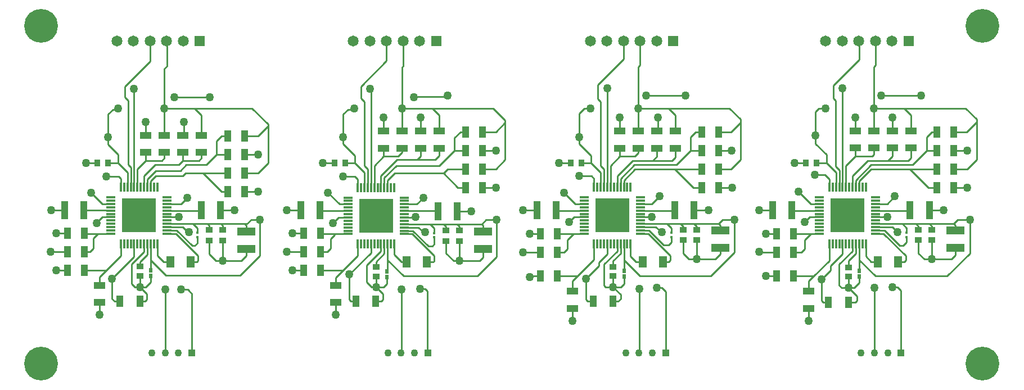
<source format=gtl>
G04*
G04 #@! TF.GenerationSoftware,Altium Limited,Altium Designer,22.10.1 (41)*
G04*
G04 Layer_Physical_Order=1*
G04 Layer_Color=255*
%FSLAX44Y44*%
%MOMM*%
G71*
G04*
G04 #@! TF.SameCoordinates,E6263BE7-1458-4C56-9D4E-A9492F5360D3*
G04*
G04*
G04 #@! TF.FilePolarity,Positive*
G04*
G01*
G75*
%ADD34R,1.1500X1.8000*%
%ADD35R,1.0200X0.9000*%
%ADD36R,0.6200X0.6500*%
%ADD37R,1.0000X1.7500*%
%ADD38R,1.0500X1.8000*%
%ADD39R,1.8000X1.0500*%
%ADD40R,1.1000X2.8000*%
%ADD41R,0.9500X1.0000*%
%ADD42R,2.7200X1.2600*%
%ADD43R,1.0000X0.9500*%
%ADD44R,0.4200X0.4600*%
%ADD45R,5.1000X5.1000*%
%ADD46R,1.4750X0.3000*%
%ADD47R,0.3000X1.4750*%
%ADD48C,0.2921*%
%ADD49C,1.6500*%
%ADD50R,1.6500X1.6500*%
%ADD51C,1.1000*%
%ADD52R,1.1000X1.1000*%
%ADD53C,1.2700*%
%ADD54C,5.0800*%
D34*
X817090Y857250D02*
D03*
X847090D02*
D03*
X1526540D02*
D03*
X1556540D02*
D03*
X1172450D02*
D03*
X1202450D02*
D03*
X491250D02*
D03*
X461250D02*
D03*
D35*
X1482090Y849110D02*
D03*
Y834910D02*
D03*
X1127760Y849860D02*
D03*
Y835660D02*
D03*
X770890Y849630D02*
D03*
Y835430D02*
D03*
X415290Y836180D02*
D03*
Y850380D02*
D03*
D36*
X1498600Y835070D02*
D03*
Y843870D02*
D03*
X1144270Y835070D02*
D03*
Y843870D02*
D03*
X787400Y834390D02*
D03*
Y843190D02*
D03*
X431800Y844550D02*
D03*
Y835750D02*
D03*
D37*
X1452090Y796290D02*
D03*
X1482090D02*
D03*
X1097520Y797560D02*
D03*
X1127520D02*
D03*
X770410D02*
D03*
X740410D02*
D03*
X415050D02*
D03*
X385050D02*
D03*
D38*
X1399540Y899160D02*
D03*
X1374040D02*
D03*
X1399590Y835660D02*
D03*
X1374090D02*
D03*
X1399640Y871220D02*
D03*
X1374140D02*
D03*
X1615390Y1052830D02*
D03*
X1640890D02*
D03*
X1615390Y1024890D02*
D03*
X1640890D02*
D03*
X1615390Y996950D02*
D03*
X1640890D02*
D03*
X1615390Y969010D02*
D03*
X1640890D02*
D03*
X1261060D02*
D03*
X1286560D02*
D03*
X1261060Y996950D02*
D03*
X1286560D02*
D03*
X1261060Y1024890D02*
D03*
X1286560D02*
D03*
X1261060Y1052830D02*
D03*
X1286560D02*
D03*
X1043940Y899160D02*
D03*
X1018440D02*
D03*
X1043990Y871220D02*
D03*
X1018490D02*
D03*
X1043990Y835660D02*
D03*
X1018490D02*
D03*
X687120Y844550D02*
D03*
X661620D02*
D03*
X930960Y969010D02*
D03*
X905460D02*
D03*
X930960Y996950D02*
D03*
X905460D02*
D03*
X930960Y1052830D02*
D03*
X905460D02*
D03*
X930960Y1024890D02*
D03*
X905460D02*
D03*
X547320Y1046480D02*
D03*
X572820D02*
D03*
X547320Y1018540D02*
D03*
X572820D02*
D03*
X547320Y990600D02*
D03*
X572820D02*
D03*
X547320Y962660D02*
D03*
X572820D02*
D03*
X661620Y900430D02*
D03*
X687120D02*
D03*
X661620Y872490D02*
D03*
X687120D02*
D03*
X306020D02*
D03*
X331520D02*
D03*
X306020Y900430D02*
D03*
X331520D02*
D03*
X306020Y844550D02*
D03*
X331520D02*
D03*
D39*
X1422400Y787350D02*
D03*
Y812850D02*
D03*
X1492250Y1028700D02*
D03*
Y1054200D02*
D03*
X1520190Y1028700D02*
D03*
Y1054200D02*
D03*
X1548130Y1028700D02*
D03*
Y1054200D02*
D03*
X1576070Y1028700D02*
D03*
Y1054200D02*
D03*
X1221740Y1028650D02*
D03*
Y1054150D02*
D03*
X1193800Y1028650D02*
D03*
Y1054150D02*
D03*
X1165860Y1028650D02*
D03*
Y1054150D02*
D03*
X1137920Y1028650D02*
D03*
Y1054150D02*
D03*
X1066800Y787350D02*
D03*
Y812850D02*
D03*
X709930Y796190D02*
D03*
Y821690D02*
D03*
X866140Y1054150D02*
D03*
Y1028650D02*
D03*
X810260Y1054150D02*
D03*
Y1028650D02*
D03*
X838200Y1054150D02*
D03*
Y1028650D02*
D03*
X782320Y1054150D02*
D03*
Y1028650D02*
D03*
X424180Y1022300D02*
D03*
Y1047800D02*
D03*
X452120Y1022300D02*
D03*
Y1047800D02*
D03*
X480060Y1022300D02*
D03*
Y1047800D02*
D03*
X508000Y1022300D02*
D03*
Y1047800D02*
D03*
X354330Y821690D02*
D03*
Y796190D02*
D03*
D40*
X1368000Y934720D02*
D03*
X1397000D02*
D03*
X1603800D02*
D03*
X1574800D02*
D03*
X1249470D02*
D03*
X1220470D02*
D03*
X1012930D02*
D03*
X1041930D02*
D03*
X893340Y933450D02*
D03*
X864340D02*
D03*
X686330Y934720D02*
D03*
X657330D02*
D03*
X330730D02*
D03*
X301730D02*
D03*
X507470D02*
D03*
X536470D02*
D03*
D41*
X1434210Y1005840D02*
D03*
X1418210D02*
D03*
X1079880D02*
D03*
X1063880D02*
D03*
X724280D02*
D03*
X708280D02*
D03*
X367410D02*
D03*
X351410D02*
D03*
D42*
X1643380Y878240D02*
D03*
Y904840D02*
D03*
X1289050Y878240D02*
D03*
Y904840D02*
D03*
X932180Y876370D02*
D03*
Y902970D02*
D03*
X575310D02*
D03*
Y876370D02*
D03*
D43*
X1607820Y889890D02*
D03*
Y905890D02*
D03*
X1587500Y889890D02*
D03*
Y905890D02*
D03*
X1253490Y889890D02*
D03*
Y905890D02*
D03*
X1233170Y889890D02*
D03*
Y905890D02*
D03*
X876300Y888620D02*
D03*
Y904620D02*
D03*
X896620Y888620D02*
D03*
Y904620D02*
D03*
X519430Y905510D02*
D03*
Y889510D02*
D03*
X539750Y905510D02*
D03*
Y889510D02*
D03*
D44*
X1569720Y894590D02*
D03*
Y901190D02*
D03*
X1215390Y894590D02*
D03*
Y901190D02*
D03*
X858520Y894080D02*
D03*
Y900680D02*
D03*
X501650Y901190D02*
D03*
Y894590D02*
D03*
D45*
X1126490Y927100D02*
D03*
X770690Y926630D02*
D03*
X414020Y927100D02*
D03*
X1480820D02*
D03*
D46*
X1168870Y954600D02*
D03*
Y949600D02*
D03*
Y944600D02*
D03*
Y939600D02*
D03*
Y934600D02*
D03*
Y929600D02*
D03*
Y924600D02*
D03*
Y919600D02*
D03*
Y914600D02*
D03*
Y909600D02*
D03*
Y904600D02*
D03*
Y899600D02*
D03*
X1084110D02*
D03*
Y904600D02*
D03*
Y909600D02*
D03*
Y914600D02*
D03*
Y919600D02*
D03*
Y924600D02*
D03*
Y929600D02*
D03*
Y934600D02*
D03*
Y939600D02*
D03*
Y944600D02*
D03*
Y949600D02*
D03*
Y954600D02*
D03*
X813070Y954130D02*
D03*
Y949130D02*
D03*
Y944130D02*
D03*
Y939130D02*
D03*
Y934130D02*
D03*
Y929130D02*
D03*
Y924130D02*
D03*
Y919130D02*
D03*
Y914130D02*
D03*
Y909130D02*
D03*
Y904130D02*
D03*
Y899130D02*
D03*
X728310D02*
D03*
Y904130D02*
D03*
Y909130D02*
D03*
Y914130D02*
D03*
Y919130D02*
D03*
Y924130D02*
D03*
Y929130D02*
D03*
Y934130D02*
D03*
Y939130D02*
D03*
Y944130D02*
D03*
Y949130D02*
D03*
Y954130D02*
D03*
X456400Y954600D02*
D03*
Y949600D02*
D03*
Y944600D02*
D03*
Y939600D02*
D03*
Y934600D02*
D03*
Y929600D02*
D03*
Y924600D02*
D03*
Y919600D02*
D03*
Y914600D02*
D03*
Y909600D02*
D03*
Y904600D02*
D03*
Y899600D02*
D03*
X371640D02*
D03*
Y904600D02*
D03*
Y909600D02*
D03*
Y914600D02*
D03*
Y919600D02*
D03*
Y924600D02*
D03*
Y929600D02*
D03*
Y934600D02*
D03*
Y939600D02*
D03*
Y944600D02*
D03*
Y949600D02*
D03*
Y954600D02*
D03*
X1438440D02*
D03*
Y949600D02*
D03*
Y944600D02*
D03*
Y939600D02*
D03*
Y934600D02*
D03*
Y929600D02*
D03*
Y924600D02*
D03*
Y919600D02*
D03*
Y914600D02*
D03*
Y909600D02*
D03*
Y904600D02*
D03*
Y899600D02*
D03*
X1523200D02*
D03*
Y904600D02*
D03*
Y909600D02*
D03*
Y914600D02*
D03*
Y919600D02*
D03*
Y924600D02*
D03*
Y929600D02*
D03*
Y934600D02*
D03*
Y939600D02*
D03*
Y944600D02*
D03*
Y949600D02*
D03*
Y954600D02*
D03*
D47*
X1153990Y884720D02*
D03*
X1148990D02*
D03*
X1143990D02*
D03*
X1138990D02*
D03*
X1133990D02*
D03*
X1128990D02*
D03*
X1123990D02*
D03*
X1118990D02*
D03*
X1113990D02*
D03*
X1108990D02*
D03*
X1103990D02*
D03*
X1098990D02*
D03*
Y969480D02*
D03*
X1103990D02*
D03*
X1108990D02*
D03*
X1113990D02*
D03*
X1118990D02*
D03*
X1123990D02*
D03*
X1128990D02*
D03*
X1133990D02*
D03*
X1138990D02*
D03*
X1143990D02*
D03*
X1148990D02*
D03*
X1153990D02*
D03*
X798190Y884250D02*
D03*
X793190D02*
D03*
X788190D02*
D03*
X783190D02*
D03*
X778190D02*
D03*
X773190D02*
D03*
X768190D02*
D03*
X763190D02*
D03*
X758190D02*
D03*
X753190D02*
D03*
X748190D02*
D03*
X743190D02*
D03*
Y969010D02*
D03*
X748190D02*
D03*
X753190D02*
D03*
X758190D02*
D03*
X763190D02*
D03*
X768190D02*
D03*
X773190D02*
D03*
X778190D02*
D03*
X783190D02*
D03*
X788190D02*
D03*
X793190D02*
D03*
X798190D02*
D03*
X441520Y884720D02*
D03*
X436520D02*
D03*
X431520D02*
D03*
X426520D02*
D03*
X421520D02*
D03*
X416520D02*
D03*
X411520D02*
D03*
X406520D02*
D03*
X401520D02*
D03*
X396520D02*
D03*
X391520D02*
D03*
X386520D02*
D03*
Y969480D02*
D03*
X391520D02*
D03*
X396520D02*
D03*
X401520D02*
D03*
X406520D02*
D03*
X411520D02*
D03*
X416520D02*
D03*
X421520D02*
D03*
X426520D02*
D03*
X431520D02*
D03*
X436520D02*
D03*
X441520D02*
D03*
X1508320D02*
D03*
X1503320D02*
D03*
X1498320D02*
D03*
X1493320D02*
D03*
X1488320D02*
D03*
X1483320D02*
D03*
X1478320D02*
D03*
X1473320D02*
D03*
X1468320D02*
D03*
X1463320D02*
D03*
X1458320D02*
D03*
X1453320D02*
D03*
Y884720D02*
D03*
X1458320D02*
D03*
X1463320D02*
D03*
X1468320D02*
D03*
X1473320D02*
D03*
X1478320D02*
D03*
X1483320D02*
D03*
X1488320D02*
D03*
X1493320D02*
D03*
X1498320D02*
D03*
X1503320D02*
D03*
X1508320D02*
D03*
D48*
X1498320Y969480D02*
X1498360Y969520D01*
Y979352D01*
X281940Y934720D02*
X301730D01*
X1455420Y850900D02*
X1473320Y868800D01*
Y884720D01*
X1455420Y844550D02*
Y850900D01*
X1441450Y830580D02*
X1455420Y844550D01*
X1560830Y720400D02*
X1561140Y720090D01*
X1560830Y720400D02*
Y814070D01*
X1555750Y819150D02*
X1560830Y814070D01*
X1548130Y819150D02*
X1555750D01*
X1540230Y944600D02*
X1551940Y956310D01*
X1523200Y944600D02*
X1540230D01*
X1521300Y720250D02*
Y817720D01*
X1521460Y817880D01*
X1521140Y720090D02*
X1521300Y720250D01*
X1540470Y924600D02*
X1540510Y924560D01*
X1523200Y924600D02*
X1540470D01*
X1523200Y914600D02*
X1563170D01*
X1523200Y934600D02*
X1574680D01*
X1407160Y962660D02*
X1425220Y944600D01*
X1438440D01*
X1416050Y916940D02*
X1423710Y924600D01*
X1438440D01*
X1498320Y844150D02*
Y859790D01*
X1522450Y835660D01*
X1630680D01*
X1498320Y859790D02*
Y884720D01*
X1630680Y835660D02*
X1664970Y869950D01*
Y920750D01*
X1660869Y969010D02*
X1661007Y968872D01*
X1640890Y969010D02*
X1660869D01*
X1640890Y1024890D02*
X1661160D01*
X1548130Y1054200D02*
Y1074420D01*
X1520190Y1088390D02*
X1565910D01*
X1492250Y1054200D02*
Y1074420D01*
X1400810Y1005840D02*
X1418210D01*
X1422400Y768350D02*
Y787350D01*
X1347470Y872490D02*
X1348740Y871220D01*
X1374140D01*
X1565910Y1088390D02*
X1658620D01*
X1565910D02*
X1576070Y1078230D01*
Y1054200D02*
Y1078230D01*
X1211580Y1088390D02*
X1303020D01*
X1165860D02*
X1211580D01*
X1221740Y1078230D01*
Y1054150D02*
Y1078230D01*
X1574800Y996950D02*
X1615390D01*
X1515957D02*
X1574800D01*
X1602740Y969010D01*
X1615390D01*
X1498360Y979352D02*
X1515957Y996950D01*
X1600200Y1024890D02*
X1615390D01*
X1607820Y1052830D02*
X1615390D01*
X1600200Y1045210D02*
X1607820Y1052830D01*
X1640890D02*
X1659890D01*
X1640890Y996950D02*
X1661078D01*
X1600200Y1024890D02*
Y1045210D01*
X1578610Y1003300D02*
X1600200Y1024890D01*
X1516380Y1003300D02*
X1578610D01*
X1493320Y980240D02*
X1516380Y1003300D01*
X1493320Y969480D02*
Y980240D01*
X1541780Y1009650D02*
X1572260D01*
X1511300D02*
X1541780D01*
X1548130Y1016000D01*
Y1028700D01*
X1576070Y1013460D02*
Y1028700D01*
X1572260Y1009650D02*
X1576070Y1013460D01*
X1488320Y986670D02*
X1511300Y1009650D01*
X1488320Y969480D02*
Y986670D01*
X1520190Y1018540D02*
Y1028700D01*
X1517650Y1016000D02*
X1520190Y1018540D01*
X1492250Y1016000D02*
X1517650D01*
X1492250D02*
Y1028700D01*
X1478320Y1002070D02*
X1492250Y1016000D01*
X1478320Y969480D02*
Y1002070D01*
X1675130Y1068070D02*
Y1071880D01*
Y1011003D02*
Y1068070D01*
X1659890Y1052830D02*
X1675130Y1068070D01*
X1661078Y996950D02*
X1675130Y1011003D01*
X1658620Y1088390D02*
X1675130Y1071880D01*
X1522730Y1189920D02*
X1522800Y1189990D01*
X1522730Y1153160D02*
Y1189920D01*
X1520190Y1150620D02*
X1522730Y1153160D01*
X1520190Y1088390D02*
Y1150620D01*
X1531620Y1107440D02*
X1591310D01*
X1357630Y899160D02*
X1374040D01*
X1357630Y835660D02*
X1374090D01*
X1449070Y1005840D02*
Y1018540D01*
X1432560Y1035050D02*
X1449070Y1018540D01*
X1432560Y1035050D02*
Y1047750D01*
Y1083310D02*
X1437640Y1088390D01*
X1432560Y1047750D02*
Y1083310D01*
X1437640Y1088390D02*
X1447800D01*
X1520190Y1054200D02*
Y1088390D01*
X1473200Y1118870D02*
X1473320Y1118750D01*
Y969480D02*
Y1118750D01*
X1497800Y1189990D02*
X1498600Y1189190D01*
Y1162050D02*
Y1189190D01*
X1459230Y1122680D02*
X1498600Y1162050D01*
X1459230Y1103630D02*
Y1122680D01*
Y1103630D02*
X1463040Y1099820D01*
Y1000760D02*
Y1099820D01*
Y1000760D02*
X1468320Y995480D01*
Y969480D02*
Y995480D01*
X1431290Y988060D02*
X1446530D01*
X1453320Y981270D01*
Y969480D02*
Y981270D01*
X1434210Y1005840D02*
X1449070D01*
X1463320Y991590D01*
Y969480D02*
Y991590D01*
X1430020Y835660D02*
X1453320Y858960D01*
X1422400Y828040D02*
X1430020Y835660D01*
X1399590D02*
X1430020D01*
X1422400Y812850D02*
Y828040D01*
X1453320Y858960D02*
Y884720D01*
X1425380Y899600D02*
X1438440D01*
X1399980D02*
X1425380D01*
X1416050Y890270D02*
X1425380Y899600D01*
X1416050Y876300D02*
Y890270D01*
X1410970Y871220D02*
X1416050Y876300D01*
X1399640Y871220D02*
X1410970D01*
X1399540Y899160D02*
X1399980Y899600D01*
X1441450Y798830D02*
X1443990Y796290D01*
X1452090D01*
X1441450Y798830D02*
Y830580D01*
X1482090Y796290D02*
X1492250D01*
X1494790Y798830D01*
Y805180D01*
X1482090Y817880D02*
X1494790Y805180D01*
X1471930Y817880D02*
X1482090D01*
X1468120Y821690D02*
X1471930Y817880D01*
X1468120Y821690D02*
Y853440D01*
X1488320Y873640D01*
Y884720D01*
X1498600Y825500D02*
Y835070D01*
X1490980Y817880D02*
X1498600Y825500D01*
X1482090Y817880D02*
X1490980D01*
X1482090D02*
Y834910D01*
Y849110D02*
Y858520D01*
X1493320Y869750D01*
Y884720D01*
X1498320Y844150D02*
X1498600Y843870D01*
X1646790Y920750D02*
X1664970D01*
X1640640Y914600D02*
X1646790Y920750D01*
X1587500Y869950D02*
Y889890D01*
Y869950D02*
X1596390Y861060D01*
X1607820D01*
X1643380Y867410D02*
Y878240D01*
X1637030Y861060D02*
X1643380Y867410D01*
X1607820Y861060D02*
X1637030D01*
X1607820D02*
Y889890D01*
X1569720Y886460D02*
Y894590D01*
X1564640Y881380D02*
X1569720Y886460D01*
X1559560Y881380D02*
X1564640D01*
X1536340Y904600D02*
X1559560Y881380D01*
X1523200Y904600D02*
X1536340D01*
X1563170Y914600D02*
X1583690D01*
X1563170D02*
X1569720Y908050D01*
Y901190D02*
Y908050D01*
X1583690Y914600D02*
X1604010D01*
X1583690D02*
X1587500Y910790D01*
Y905890D02*
Y910790D01*
X1604010Y914600D02*
X1640640D01*
X1604010D02*
X1607820Y910790D01*
Y905890D02*
Y910790D01*
X1643380Y904840D02*
Y911860D01*
X1640640Y914600D02*
X1643380Y911860D01*
X1547850Y909600D02*
X1555750Y901700D01*
X1523200Y909600D02*
X1547850D01*
X1568450Y859790D02*
Y866140D01*
X1565910Y857250D02*
X1568450Y859790D01*
X1556540Y857250D02*
X1565910D01*
X1534990Y899600D02*
X1568450Y866140D01*
X1523200Y899600D02*
X1534990D01*
X1508320Y865310D02*
X1516380Y857250D01*
X1526540D01*
X1508320Y865310D02*
Y884720D01*
X1347470Y934720D02*
X1368000D01*
X1603800D02*
X1625600D01*
X1574680Y934600D02*
X1574800Y934720D01*
X1397000D02*
X1397120Y934600D01*
X1438440D01*
X456400Y909600D02*
X479608D01*
X487508Y901700D01*
X488950D01*
X842168D02*
X844550D01*
X813070Y909130D02*
X834738D01*
X842168Y901700D01*
X1199978D02*
X1201420D01*
X1168870Y909600D02*
X1192078D01*
X1199978Y901700D01*
X456400Y924600D02*
X456420Y924580D01*
X473690D02*
X473710Y924560D01*
X456420Y924580D02*
X473690D01*
X456400Y914600D02*
X456600Y914400D01*
X495300D01*
X456400Y934600D02*
X507350D01*
X813110Y924169D02*
X830190D01*
X813070Y924130D02*
X813110Y924169D01*
X830190D02*
X830580Y924560D01*
X813070Y934130D02*
X863660D01*
X1168890Y924580D02*
X1186160D01*
X1168870Y924600D02*
X1168890Y924580D01*
X1186160D02*
X1186180Y924560D01*
X1195070Y1055420D02*
Y1074420D01*
X1193800Y1054150D02*
X1195070Y1055420D01*
X480060Y1047800D02*
X481330Y1049070D01*
Y1068070D01*
X838200Y1054150D02*
Y1074420D01*
X1319530Y1066800D02*
Y1071880D01*
X1303020Y1088390D02*
X1319530Y1071880D01*
Y1010920D02*
Y1066800D01*
X1305560Y1052830D02*
X1319530Y1066800D01*
X1286560Y1052830D02*
X1305560D01*
X1286560Y996950D02*
X1305560D01*
X1319530Y1010920D01*
X350520Y916288D02*
X358832Y924600D01*
X371640D01*
X350520Y915670D02*
Y916288D01*
X1249680Y914600D02*
X1286310D01*
X1229360D02*
X1249680D01*
X1253490Y910790D01*
Y905890D02*
Y910790D01*
X1106170Y850900D02*
Y855980D01*
X1118990Y868800D02*
Y884720D01*
X1106170Y855980D02*
X1118990Y868800D01*
X1087120Y831850D02*
X1106170Y850900D01*
X1087120Y800100D02*
Y831850D01*
X1206810Y720090D02*
Y812490D01*
X1201420Y817880D02*
X1206810Y812490D01*
X1193800Y817880D02*
X1201420D01*
X1185900Y944600D02*
X1197610Y956310D01*
X1168870Y944600D02*
X1185900D01*
X1166810Y720090D02*
X1167130Y720410D01*
Y816610D01*
X1168870Y934600D02*
X1220350D01*
X1054100Y961390D02*
X1070890Y944600D01*
X1084110D01*
X1061720Y916940D02*
X1069380Y924600D01*
X1084110D01*
X1168400Y1189920D02*
X1168470Y1189990D01*
X1168400Y1153160D02*
Y1189920D01*
X1165860Y1150620D02*
X1168400Y1153160D01*
X1165860Y1088390D02*
Y1150620D01*
X1066800Y768350D02*
Y787350D01*
X1143990Y859790D02*
Y884720D01*
Y844150D02*
Y859790D01*
X1310640Y871220D02*
Y920750D01*
X1275080Y835660D02*
X1310640Y871220D01*
X1168120Y835660D02*
X1275080D01*
X1143990Y859790D02*
X1168120Y835660D01*
X1084580Y1088390D02*
X1093470D01*
X1076960Y1080770D02*
X1084580Y1088390D01*
X1076960Y1045210D02*
Y1080770D01*
Y1035050D02*
Y1045210D01*
Y1035050D02*
X1094740Y1017270D01*
Y1005840D02*
Y1017270D01*
X721360Y1045210D02*
Y1079500D01*
X728379Y1086519D02*
X735999D01*
X721360Y1079500D02*
X728379Y1086519D01*
X380778Y1086898D02*
X382270Y1088390D01*
X367030Y1045210D02*
Y1079500D01*
X374428Y1086898D02*
X380778D01*
X367030Y1079500D02*
X374428Y1086898D01*
X735999Y1086519D02*
X737870Y1088390D01*
X721360Y1035050D02*
Y1045210D01*
X1165860Y1054150D02*
Y1088390D01*
X1108710Y1002030D02*
X1113990Y996750D01*
X1104900Y1102360D02*
X1108710Y1098550D01*
Y1002030D02*
Y1098550D01*
X1104900Y1102360D02*
Y1123950D01*
X1143470Y1162520D01*
Y1189990D01*
X1118941Y1118799D02*
X1118951Y1118790D01*
Y969520D02*
Y1118790D01*
X1177290Y1107440D02*
X1236980D01*
X1118951Y969520D02*
X1118990Y969480D01*
X828040Y1104900D02*
X829310Y1106170D01*
X877570D01*
X878840Y1107440D01*
X467360Y1104900D02*
X520700D01*
X1087120Y800100D02*
X1089660Y797560D01*
X1097520D01*
X1002030Y834390D02*
X1003300Y835660D01*
X1018490D01*
X1002030Y899160D02*
X1018440D01*
X991870Y871220D02*
X1018490D01*
X1046480Y1005840D02*
X1063880D01*
X1220470Y996950D02*
X1261060D01*
X1160780D02*
X1220470D01*
X1248410Y969010D01*
X1261060D01*
X1143990Y980160D02*
X1160780Y996950D01*
X1143990Y969480D02*
Y980160D01*
X1252220Y1052830D02*
X1261060D01*
X1244600Y1045210D02*
X1252220Y1052830D01*
X1244600Y1024890D02*
Y1045210D01*
Y1024890D02*
X1261060D01*
X1223010Y1003300D02*
X1244600Y1024890D01*
X1159510Y1003300D02*
X1223010D01*
X1138990Y982780D02*
X1159510Y1003300D01*
X1138990Y969480D02*
Y982780D01*
X1221740Y1014730D02*
Y1028650D01*
X1216660Y1009650D02*
X1221740Y1014730D01*
X1187450Y1009650D02*
X1216660D01*
X1193800Y1016000D02*
Y1028650D01*
X1187450Y1009650D02*
X1193800Y1016000D01*
X1156970Y1009650D02*
X1187450D01*
X1133990Y986670D02*
X1156970Y1009650D01*
X1133990Y969480D02*
Y986670D01*
X1165860Y1021080D02*
Y1028650D01*
X1160780Y1016000D02*
X1165860Y1021080D01*
X1137920Y1016000D02*
X1160780D01*
X1137920D02*
Y1028650D01*
X1123990Y969480D02*
Y1002070D01*
X1137920Y1016000D01*
X1286560Y969010D02*
X1306830D01*
X1306385Y1024890D02*
X1306509Y1025013D01*
X1286560Y1024890D02*
X1306385D01*
X1137920Y1054150D02*
Y1074420D01*
X1113990Y969480D02*
Y996750D01*
X1066800Y828040D02*
X1074420Y835660D01*
X1066800Y812850D02*
Y828040D01*
X1043990Y835660D02*
X1074420D01*
X1098990Y860230D01*
X1059180Y876300D02*
Y890270D01*
X1054100Y871220D02*
X1059180Y876300D01*
X1043990Y871220D02*
X1054100D01*
X1098990Y860230D02*
Y884720D01*
X1068070Y899600D02*
X1084110D01*
X1044380D02*
X1068070D01*
Y899160D02*
Y899600D01*
X1059180Y890270D02*
X1068070Y899160D01*
X1043940D02*
X1044380Y899600D01*
X1077096Y986654D02*
X1094876D01*
X1098990Y969480D02*
Y982540D01*
X1094876Y986654D02*
X1098990Y982540D01*
X1076960Y986790D02*
X1077096Y986654D01*
X1094740Y1005840D02*
X1108990Y991590D01*
Y969480D02*
Y991590D01*
X1079880Y1005840D02*
X1094740D01*
X1127520Y797560D02*
X1135380D01*
X1139190Y801370D01*
Y807720D01*
X1127760Y819150D02*
X1139190Y807720D01*
X1144270Y824230D02*
Y835070D01*
X1139190Y819150D02*
X1144270Y824230D01*
X1127760Y819150D02*
X1139190D01*
X1116330D02*
X1127760D01*
X1113790Y821690D02*
X1116330Y819150D01*
X1113790Y821690D02*
Y853440D01*
X1133990Y873640D01*
Y884720D01*
X1127760Y819150D02*
Y835660D01*
Y849860D02*
Y858520D01*
X1138990Y869750D01*
Y884720D01*
X1143990Y844150D02*
X1144270Y843870D01*
X1292460Y920750D02*
X1310640D01*
X1286310Y914600D02*
X1292460Y920750D01*
X1289050Y904840D02*
Y911860D01*
X1286310Y914600D02*
X1289050Y911860D01*
Y868680D02*
Y878240D01*
X1253490Y861060D02*
X1281430D01*
X1289050Y868680D01*
X1233170Y869950D02*
X1242060Y861060D01*
X1253490D01*
X1233170Y869950D02*
Y889890D01*
X1253490Y861060D02*
Y889890D01*
X1215390Y886460D02*
Y894590D01*
X1211580Y882650D02*
X1215390Y886460D01*
X1203960Y882650D02*
X1211580D01*
X1182010Y904600D02*
X1203960Y882650D01*
X1168870Y904600D02*
X1182010D01*
X1209040Y914600D02*
X1229360D01*
X1168870D02*
X1209040D01*
X1215390Y908250D01*
Y901190D02*
Y908250D01*
X1229360Y914600D02*
X1233170Y910790D01*
Y905890D02*
Y910790D01*
X1202450Y857250D02*
X1211580D01*
X1214120Y859790D01*
Y866140D01*
X1180660Y899600D02*
X1214120Y866140D01*
X1168870Y899600D02*
X1180660D01*
X1162050Y857250D02*
X1172450D01*
X1153990Y865310D02*
X1162050Y857250D01*
X1153990Y865310D02*
Y884720D01*
X1041930Y934720D02*
X1042050Y934600D01*
X1084110D01*
X991870Y934720D02*
X1010390D01*
X1249470D02*
X1271270D01*
X1220350Y934600D02*
X1220470Y934720D01*
X893340Y933450D02*
X914400D01*
X965200Y1066800D02*
Y1070610D01*
Y1010920D02*
Y1066800D01*
X951230Y1052830D02*
X965200Y1066800D01*
X930960Y1052830D02*
X951230D01*
X848360Y720400D02*
X848670Y720090D01*
X848360Y720400D02*
Y812800D01*
X844550Y816610D02*
X848360Y812800D01*
X836930Y816610D02*
X844550D01*
X808670Y720090D02*
X808990Y720410D01*
Y815340D01*
X832370Y944130D02*
X842010Y953770D01*
X813070Y944130D02*
X832370D01*
X763190Y871140D02*
Y884250D01*
X730250Y838200D02*
X763190Y871140D01*
X730250Y800100D02*
Y838200D01*
X721170Y985520D02*
X739140D01*
X406520Y864990D02*
Y884720D01*
X373380Y831850D02*
X406520Y864990D01*
X365663Y985520D02*
X383540D01*
X373380Y801370D02*
X377190Y797560D01*
X373380Y801370D02*
Y831850D01*
X364915Y986267D02*
X365663Y985520D01*
X331520Y844550D02*
X364490D01*
X386520Y866580D01*
X354330Y834390D02*
X364490Y844550D01*
X698500Y961390D02*
X715760Y944130D01*
X728310D01*
X706120Y915670D02*
X714580Y924130D01*
X728310D01*
X686920Y934130D02*
X728310D01*
X763150Y969050D02*
X763190Y969010D01*
X762000Y1117600D02*
X763150Y1116450D01*
Y969050D02*
Y1116450D01*
X748030Y1103630D02*
Y1121410D01*
X786600Y1159980D01*
Y1189990D01*
X810260Y1088390D02*
Y1150620D01*
X811600Y1151960D01*
Y1189990D01*
X894080Y969010D02*
X905460D01*
X872490Y990600D02*
X894080Y969010D01*
X878840Y996950D02*
X905460D01*
X872490Y990600D02*
X878840Y996950D01*
X798830Y990600D02*
X872490D01*
X788190Y979960D02*
X798830Y990600D01*
X788190Y969010D02*
Y979960D01*
X783190Y983850D02*
X801370Y1002030D01*
X783190Y969010D02*
Y983850D01*
X897890Y1052830D02*
X905460D01*
X889000Y1043940D02*
X897890Y1052830D01*
X889000Y1024890D02*
Y1043940D01*
Y1024890D02*
X905460D01*
X866140Y1002030D02*
X889000Y1024890D01*
X801370Y1002030D02*
X866140D01*
Y1017270D02*
Y1028650D01*
X859790Y1010920D02*
X866140Y1017270D01*
X833120Y1010920D02*
X859790D01*
X838200Y1016000D02*
Y1028650D01*
X833120Y1010920D02*
X838200Y1016000D01*
X802640Y1010920D02*
X833120D01*
X778190Y986470D02*
X802640Y1010920D01*
X778190Y969010D02*
Y986470D01*
X810260Y1022350D02*
Y1028650D01*
X803910Y1016000D02*
X810260Y1022350D01*
X782320Y1016000D02*
X803910D01*
X782320D02*
Y1028650D01*
X768190Y1001870D02*
X782320Y1016000D01*
X768190Y969010D02*
Y1001870D01*
X687120Y844550D02*
X721360D01*
X739140Y1005840D02*
Y1017270D01*
X721360Y1035050D02*
X739140Y1017270D01*
X855980Y1088390D02*
X947420D01*
X810260D02*
X855980D01*
X866140Y1078230D01*
Y1054150D02*
Y1078230D01*
X810260Y1054150D02*
Y1088390D01*
X947420D02*
X965200Y1070610D01*
X951230Y996950D02*
X965200Y1010920D01*
X930960Y1024890D02*
X951230D01*
X930960Y996950D02*
X951230D01*
X930960Y969010D02*
X951230D01*
X782320Y1054150D02*
Y1074420D01*
X863660Y934130D02*
X864340Y933450D01*
X892810Y914130D02*
X929910D01*
X872490D02*
X892810D01*
X896620Y910320D01*
Y904620D02*
Y910320D01*
X872490Y914130D02*
X876300Y910320D01*
Y904620D02*
Y910320D01*
X645160Y844550D02*
X661620D01*
X645160Y900430D02*
X661620D01*
X636270Y872490D02*
X661620D01*
X636270Y934720D02*
X657330D01*
X690880Y1005840D02*
X708280D01*
X753110Y1002030D02*
Y1098550D01*
X748030Y1103630D02*
X753110Y1098550D01*
Y1002030D02*
X758190Y996950D01*
Y969010D02*
Y996950D01*
X739140Y985520D02*
X743190Y981470D01*
Y969010D02*
Y981470D01*
X724280Y1005840D02*
X739140D01*
X753190Y991790D01*
Y969010D02*
Y991790D01*
X367030Y1033780D02*
Y1045210D01*
Y1033780D02*
X382270Y1018540D01*
Y1005840D02*
Y1018540D01*
X289560Y844550D02*
X306020D01*
X289560Y900430D02*
X306020D01*
X383540Y985520D02*
X386520Y982540D01*
Y969480D02*
Y982540D01*
X730250Y800100D02*
X732790Y797560D01*
X740410D01*
X709930Y777240D02*
Y796190D01*
X778510Y797560D02*
X781050Y800100D01*
X770410Y797560D02*
X778510D01*
X781050Y800100D02*
Y808990D01*
X770890Y819150D02*
X781050Y808990D01*
X923290Y835660D02*
X952500Y864870D01*
Y920750D01*
X788190Y859790D02*
Y884250D01*
Y843980D02*
Y859790D01*
X812320Y835660D02*
X923290D01*
X788190Y859790D02*
X812320Y835660D01*
X858520Y883920D02*
Y894080D01*
X855769Y881169D02*
X858520Y883920D01*
X849418Y881169D02*
X855769D01*
X826457Y904130D02*
X849418Y881169D01*
X813070Y904130D02*
X826457D01*
X936530Y920750D02*
X952500D01*
X929910Y914130D02*
X936530Y920750D01*
X927100Y858520D02*
X932180Y863600D01*
Y876370D01*
X896620Y858520D02*
X927100D01*
X887730D02*
X896620D01*
X876300Y869950D02*
X887730Y858520D01*
X876300Y869950D02*
Y886970D01*
X896620Y858520D02*
Y886970D01*
X852170Y914130D02*
X872490D01*
X813070D02*
X852170D01*
X858520Y907780D01*
Y900680D02*
Y907780D01*
X932180Y902970D02*
Y911860D01*
X929910Y914130D02*
X932180Y911860D01*
X770890Y819150D02*
X782320D01*
X787400Y824230D01*
Y834390D01*
X764540Y819150D02*
X770890D01*
X756920Y826770D02*
X764540Y819150D01*
X756920Y826770D02*
Y852170D01*
X778190Y873440D01*
Y884250D01*
X770890Y819150D02*
Y835430D01*
Y849630D02*
Y857250D01*
X783190Y869550D01*
Y884250D01*
X787400Y843190D02*
X788190Y843980D01*
X431800Y859790D02*
Y884440D01*
Y844550D02*
Y859790D01*
X454660Y836930D01*
X431520Y884720D02*
X431800Y884440D01*
X469460Y899600D02*
X502920Y866140D01*
X456400Y899600D02*
X469460D01*
X813070Y899130D02*
X825530D01*
X858520Y866140D01*
Y858520D02*
Y866140D01*
X857250Y857250D02*
X858520Y858520D01*
X847090Y857250D02*
X857250D01*
X808990D02*
X817090D01*
X798190Y868050D02*
X808990Y857250D01*
X798190Y868050D02*
Y884250D01*
X709930Y821690D02*
Y833120D01*
X721360Y844550D02*
X743190Y866380D01*
X709930Y833120D02*
X721360Y844550D01*
X743190Y866380D02*
Y884250D01*
X708365Y899130D02*
X728310D01*
X688420D02*
X708365D01*
Y898035D02*
Y899130D01*
X702310Y891980D02*
X708365Y898035D01*
X687120Y900430D02*
X688420Y899130D01*
X686330Y934720D02*
X686920Y934130D01*
X702310Y877570D02*
Y891980D01*
X697230Y872490D02*
X702310Y877570D01*
X687120Y872490D02*
X697230D01*
X456400Y944600D02*
X477240D01*
X486410Y953770D01*
X488950Y813629D02*
Y813629D01*
X493390Y720090D02*
Y809189D01*
X488950Y813629D02*
X493390Y809189D01*
X487239Y815340D02*
X488950Y813629D01*
X477520Y815340D02*
X487239D01*
X453390Y720090D02*
Y815340D01*
X341630Y961390D02*
X358420Y944600D01*
X371640D01*
X536470Y934720D02*
X557530D01*
X495300Y914400D02*
X516890D01*
X495300D02*
X501650Y908050D01*
Y901190D02*
Y908050D01*
Y885190D02*
Y894590D01*
X497840Y881380D02*
X501650Y885190D01*
X494030Y881380D02*
X497840D01*
X470810Y904600D02*
X494030Y881380D01*
X502920Y858961D02*
Y866140D01*
X501209Y857250D02*
X502920Y858961D01*
X491250Y857250D02*
X501209D01*
X456400Y904600D02*
X470810D01*
X397510Y1003300D02*
X401520Y999290D01*
X397510Y1003300D02*
Y1099820D01*
X392430Y1104900D02*
X397510Y1099820D01*
X392430Y1104900D02*
Y1121410D01*
X406480Y969520D02*
X406520Y969480D01*
X406480Y969520D02*
Y1117520D01*
X406400Y1117600D02*
X406480Y1117520D01*
X392430Y1121410D02*
X430530Y1159510D01*
X455530Y1189990D02*
X455930Y1189590D01*
Y1151890D02*
Y1189590D01*
X452120Y1148080D02*
X455930Y1151890D01*
X452120Y1088390D02*
Y1148080D01*
X430530Y1159510D02*
Y1189990D01*
X401520Y969480D02*
Y999290D01*
X334010Y1005840D02*
X351410D01*
X280670Y872490D02*
X306020D01*
X354330Y777240D02*
Y796190D01*
X497840Y1088390D02*
X584200D01*
X608330Y1064260D01*
Y1061720D02*
Y1064260D01*
X582930Y920750D02*
X595630D01*
X576580Y914400D02*
X582930Y920750D01*
X572770Y914400D02*
X576580D01*
X595630Y866140D02*
Y920750D01*
X566420Y836930D02*
X595630Y866140D01*
X454660Y836930D02*
X566420D01*
X452120Y1088390D02*
X497840D01*
X508000Y1078230D01*
Y1047800D02*
Y1078230D01*
X441520Y866580D02*
Y884720D01*
X450850Y857250D02*
X461250D01*
X441520Y866580D02*
X450850Y857250D01*
X572820Y962660D02*
X593090D01*
X608330Y1005840D02*
Y1061720D01*
X593090Y1046480D02*
X608330Y1061720D01*
X593090Y990600D02*
X608330Y1005840D01*
X572820Y990600D02*
X593090D01*
X510540D02*
X547320D01*
X538480Y962660D02*
X547320D01*
X572820Y1046480D02*
X593090D01*
X452120Y1047800D02*
Y1088390D01*
X424180Y1047800D02*
Y1068070D01*
X572820Y1018540D02*
X593090D01*
X483870Y990600D02*
X510540D01*
X538480Y962660D01*
X480060Y986790D02*
X483870Y990600D01*
X439420Y986790D02*
X480060D01*
X431520Y978890D02*
X439420Y986790D01*
X476250Y994410D02*
X485140Y1003300D01*
X439420Y994410D02*
X476250D01*
X426520Y981510D02*
X439420Y994410D01*
X431520Y969480D02*
Y978890D01*
X538480Y1046480D02*
X547320D01*
X530860Y1038860D02*
X538480Y1046480D01*
X530860Y1018540D02*
Y1038860D01*
Y1018540D02*
X547320D01*
X515620Y1003300D02*
X530860Y1018540D01*
X485140Y1003300D02*
X515620D01*
X426520Y969480D02*
Y981510D01*
X508000Y1013460D02*
Y1022300D01*
X504190Y1009650D02*
X508000Y1013460D01*
X480060Y1009650D02*
X504190D01*
X438150Y1003300D02*
X473710D01*
X480060Y1009650D01*
Y1022300D01*
X421520Y986670D02*
X438150Y1003300D01*
X421520Y969480D02*
Y986670D01*
X452120Y1013460D02*
Y1022300D01*
X448310Y1009650D02*
X452120Y1013460D01*
X424180Y1009650D02*
X448310D01*
X424180D02*
Y1022300D01*
X411520Y996990D02*
X424180Y1009650D01*
X411520Y969480D02*
Y996990D01*
X351995Y899600D02*
X371640D01*
X332350D02*
X351995D01*
X345440Y893045D02*
X351995Y899600D01*
X345440Y877570D02*
Y893045D01*
X340360Y872490D02*
X345440Y877570D01*
X331520Y872490D02*
X340360D01*
X331520Y900430D02*
X332350Y899600D01*
X354330Y821690D02*
Y834390D01*
X386520Y866580D02*
Y884720D01*
X425450Y800100D02*
Y808990D01*
X415290Y819150D02*
X425450Y808990D01*
X415290Y819150D02*
X424180D01*
X422910Y797560D02*
X425450Y800100D01*
X415050Y797560D02*
X422910D01*
X377190D02*
X385050D01*
X424180Y819150D02*
X431800Y826770D01*
X407776Y819150D02*
X415290D01*
X402590Y824336D02*
X407776Y819150D01*
X415290D02*
Y836180D01*
X402590Y824336D02*
Y853440D01*
X431800Y826770D02*
Y835750D01*
X402590Y853440D02*
X421520Y872370D01*
Y884720D01*
X426520Y868480D02*
Y884720D01*
X415290Y857250D02*
X426520Y868480D01*
X415290Y850380D02*
Y857250D01*
X367410Y1005840D02*
X382270D01*
X396520Y991590D01*
Y969480D02*
Y991590D01*
X539750Y858520D02*
Y889510D01*
X519430Y868680D02*
Y889510D01*
Y868680D02*
X529590Y858520D01*
X539750D01*
X575310Y866140D02*
Y876370D01*
X567690Y858520D02*
X575310Y866140D01*
X539750Y858520D02*
X567690D01*
X575310Y902970D02*
Y911860D01*
X572770Y914400D02*
X575310Y911860D01*
X537210Y914400D02*
X572770D01*
X539750Y905510D02*
Y911860D01*
X537210Y914400D02*
X539750Y911860D01*
X516890Y914400D02*
X537210D01*
X519430Y905510D02*
Y911860D01*
X516890Y914400D02*
X519430Y911860D01*
X456400Y899600D02*
X456840Y899160D01*
X507350Y934600D02*
X507470Y934720D01*
X371520D02*
X371640Y934600D01*
X330730Y934720D02*
X371520D01*
X330730D02*
X330850Y934600D01*
D49*
X1447800Y1189990D02*
D03*
X1472800D02*
D03*
X1497800D02*
D03*
X1522800D02*
D03*
X1547800D02*
D03*
X1093470D02*
D03*
X1118470D02*
D03*
X1143470D02*
D03*
X1168470D02*
D03*
X1193470D02*
D03*
X736600D02*
D03*
X761600D02*
D03*
X786600D02*
D03*
X811600D02*
D03*
X836600D02*
D03*
X380530D02*
D03*
X405530D02*
D03*
X430530D02*
D03*
X455530D02*
D03*
X480530D02*
D03*
D50*
X1572800D02*
D03*
X1218470D02*
D03*
X861600D02*
D03*
X505530D02*
D03*
D51*
X1501140Y720090D02*
D03*
X1521140D02*
D03*
X1541140D02*
D03*
X1146810D02*
D03*
X1166810D02*
D03*
X1186810D02*
D03*
X788670D02*
D03*
X808670D02*
D03*
X828670D02*
D03*
X433390D02*
D03*
X453390D02*
D03*
X473390D02*
D03*
D52*
X1561140D02*
D03*
X1206810D02*
D03*
X848670D02*
D03*
X493390D02*
D03*
D53*
X1046480Y1005840D02*
D03*
X281940Y934720D02*
D03*
X1548130Y819150D02*
D03*
X1551940Y956310D02*
D03*
X1521460Y817880D02*
D03*
X1540510Y924560D02*
D03*
X1407160Y962660D02*
D03*
X1416050Y916940D02*
D03*
X1661007Y968872D02*
D03*
X1661160Y1024890D02*
D03*
X1548130Y1074420D02*
D03*
X1492250D02*
D03*
X1400810Y1005840D02*
D03*
X1422400Y768350D02*
D03*
X1347470Y872490D02*
D03*
X1531620Y1107440D02*
D03*
X1591310D02*
D03*
X1357630Y899160D02*
D03*
Y835660D02*
D03*
X1432560Y1047750D02*
D03*
X1447800Y1088390D02*
D03*
X1520190D02*
D03*
X1473200Y1118870D02*
D03*
X1431290Y988060D02*
D03*
X1441450Y830580D02*
D03*
X1482090Y817880D02*
D03*
X1664970Y920750D02*
D03*
X1607820Y861060D02*
D03*
X1555750Y901700D02*
D03*
X1347470Y934720D02*
D03*
X1625600D02*
D03*
X488950Y901700D02*
D03*
X844550D02*
D03*
X1201420D02*
D03*
X473710Y924560D02*
D03*
X830580D02*
D03*
X1186180D02*
D03*
X1195070Y1074420D02*
D03*
X481330Y1068070D02*
D03*
X838200Y1074420D02*
D03*
X350520Y915670D02*
D03*
X1087120Y831850D02*
D03*
X1193800Y817880D02*
D03*
X1197610Y956310D02*
D03*
X1167130Y816610D02*
D03*
X1054100Y961390D02*
D03*
X1061720Y916940D02*
D03*
X1066800Y768350D02*
D03*
X1076960Y1045210D02*
D03*
X1093470Y1088390D02*
D03*
X737870D02*
D03*
X1165860D02*
D03*
X1118941Y1118799D02*
D03*
X1177290Y1107440D02*
D03*
X1236980D02*
D03*
X878840D02*
D03*
X520700Y1104900D02*
D03*
X1002030Y834390D02*
D03*
Y899160D02*
D03*
X991870Y871220D02*
D03*
X1306830Y969010D02*
D03*
X1306509Y1025013D02*
D03*
X1137920Y1074420D02*
D03*
X1076960Y986790D02*
D03*
X1127760Y819150D02*
D03*
X1310640Y920750D02*
D03*
X1253490Y861060D02*
D03*
X991870Y934720D02*
D03*
X1271270D02*
D03*
X914400Y933450D02*
D03*
X836930Y816610D02*
D03*
X808990Y815340D02*
D03*
X842010Y953770D02*
D03*
X730250Y838200D02*
D03*
X721170Y985520D02*
D03*
X373380Y831850D02*
D03*
X364915Y986267D02*
D03*
X698500Y961390D02*
D03*
X706120Y915670D02*
D03*
X828040Y1104900D02*
D03*
X762000Y1117600D02*
D03*
X721360Y1045210D02*
D03*
X810260Y1088390D02*
D03*
X951230Y1024890D02*
D03*
Y969010D02*
D03*
X782320Y1074420D02*
D03*
X645160Y844550D02*
D03*
Y900430D02*
D03*
X636270Y872490D02*
D03*
Y934720D02*
D03*
X690880Y1005840D02*
D03*
X367030Y1045210D02*
D03*
X289560Y844550D02*
D03*
Y900430D02*
D03*
X709930Y777240D02*
D03*
X952500Y920750D02*
D03*
X896620Y858520D02*
D03*
X770890Y819150D02*
D03*
X486410Y953770D02*
D03*
X477520Y815340D02*
D03*
X453390D02*
D03*
X341630Y961390D02*
D03*
X557530Y934720D02*
D03*
X406400Y1117600D02*
D03*
X334010Y1005840D02*
D03*
X280670Y872490D02*
D03*
X354330Y777240D02*
D03*
X467360Y1104900D02*
D03*
X595630Y920750D02*
D03*
X593090Y962660D02*
D03*
X452120Y1088390D02*
D03*
X382270D02*
D03*
X424180Y1068070D02*
D03*
X593090Y1018540D02*
D03*
X415290Y819150D02*
D03*
X539750Y858520D02*
D03*
D54*
X1684020Y703580D02*
D03*
Y1212850D02*
D03*
X266700D02*
D03*
Y703580D02*
D03*
M02*

</source>
